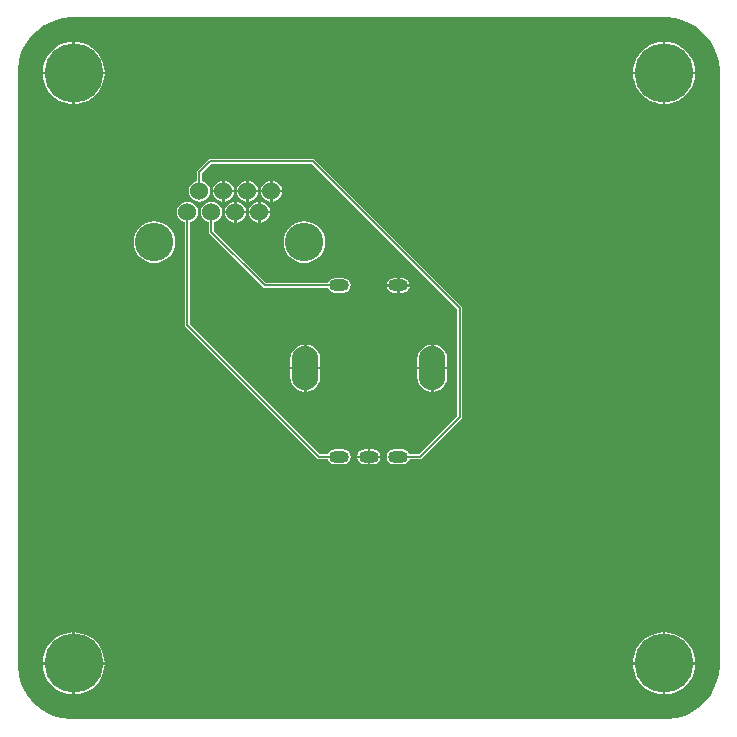
<source format=gbr>
%TF.GenerationSoftware,Altium Limited,Altium Designer,20.1.8 (145)*%
G04 Layer_Physical_Order=2*
G04 Layer_Color=16728128*
%FSLAX45Y45*%
%MOMM*%
%TF.SameCoordinates,39D32AA0-D89A-4232-8ACE-958E0E311499*%
%TF.FilePolarity,Positive*%
%TF.FileFunction,Copper,L2,Bot,Signal*%
%TF.Part,Single*%
G01*
G75*
%TA.AperFunction,ComponentPad*%
%ADD10O,1.70000X1.00000*%
%ADD11O,2.25000X3.75000*%
G04:AMPARAMS|DCode=12|XSize=2.25mm|YSize=3.75mm|CornerRadius=1.125mm|HoleSize=0mm|Usage=FLASHONLY|Rotation=0.000|XOffset=0mm|YOffset=0mm|HoleType=Round|Shape=RoundedRectangle|*
%AMROUNDEDRECTD12*
21,1,2.25000,1.50000,0,0,0.0*
21,1,0.00000,3.75000,0,0,0.0*
1,1,2.25000,0.00000,-0.75000*
1,1,2.25000,0.00000,-0.75000*
1,1,2.25000,0.00000,0.75000*
1,1,2.25000,0.00000,0.75000*
%
%ADD12ROUNDEDRECTD12*%
%TA.AperFunction,ViaPad*%
%ADD13C,5.00000*%
%TA.AperFunction,ComponentPad*%
%ADD14C,1.52400*%
%ADD15C,3.25120*%
%TA.AperFunction,Conductor*%
%ADD16C,0.15240*%
G36*
X5592691Y5965991D02*
X5652723Y5949906D01*
X5710141Y5926122D01*
X5763962Y5895049D01*
X5813268Y5857215D01*
X5857214Y5813269D01*
X5895049Y5763961D01*
X5926122Y5710141D01*
X5949906Y5652723D01*
X5965991Y5592691D01*
X5974104Y5531073D01*
Y5500000D01*
Y500000D01*
Y468926D01*
X5965991Y407308D01*
X5949906Y347277D01*
X5926122Y289858D01*
X5895049Y236038D01*
X5857215Y186731D01*
X5813269Y142786D01*
X5763961Y104950D01*
X5710141Y73877D01*
X5652723Y50093D01*
X5592692Y34008D01*
X5531074Y25896D01*
X468926D01*
X407308Y34008D01*
X347277Y50093D01*
X289858Y73877D01*
X236038Y104950D01*
X186731Y142785D01*
X142786Y186730D01*
X104950Y236038D01*
X73877Y289858D01*
X50093Y347277D01*
X34008Y407308D01*
X25896Y468926D01*
Y500000D01*
Y5500000D01*
Y5531074D01*
X34008Y5592692D01*
X50093Y5652723D01*
X73877Y5710141D01*
X104950Y5763962D01*
X142785Y5813268D01*
X186730Y5857214D01*
X236038Y5895049D01*
X289858Y5926122D01*
X347277Y5949906D01*
X407308Y5965991D01*
X468926Y5974104D01*
X5531074D01*
X5592691Y5965991D01*
D02*
G37*
%LPC*%
G36*
X5510160Y5762713D02*
Y5510160D01*
X5762713D01*
X5760268Y5541222D01*
X5750615Y5581430D01*
X5734791Y5619632D01*
X5713186Y5654889D01*
X5686331Y5686331D01*
X5654889Y5713186D01*
X5619632Y5734791D01*
X5581430Y5750615D01*
X5541222Y5760268D01*
X5510160Y5762713D01*
D02*
G37*
G36*
X5489840D02*
X5458778Y5760268D01*
X5418570Y5750615D01*
X5380368Y5734791D01*
X5345111Y5713186D01*
X5313669Y5686331D01*
X5286814Y5654889D01*
X5265209Y5619632D01*
X5249385Y5581430D01*
X5239732Y5541222D01*
X5237287Y5510160D01*
X5489840D01*
Y5762713D01*
D02*
G37*
G36*
X510160D02*
Y5510160D01*
X762713D01*
X760268Y5541222D01*
X750615Y5581430D01*
X734791Y5619632D01*
X713186Y5654889D01*
X686331Y5686331D01*
X654889Y5713186D01*
X619632Y5734791D01*
X581430Y5750615D01*
X541222Y5760268D01*
X510160Y5762713D01*
D02*
G37*
G36*
X489840D02*
X458778Y5760268D01*
X418570Y5750615D01*
X380368Y5734791D01*
X345111Y5713186D01*
X313669Y5686331D01*
X286814Y5654889D01*
X265209Y5619632D01*
X249385Y5581430D01*
X239732Y5541222D01*
X237287Y5510160D01*
X489840D01*
Y5762713D01*
D02*
G37*
G36*
X5762713Y5489840D02*
X5510160D01*
Y5237287D01*
X5541222Y5239732D01*
X5581430Y5249385D01*
X5619632Y5265209D01*
X5654889Y5286814D01*
X5686331Y5313669D01*
X5713186Y5345111D01*
X5734791Y5380368D01*
X5750615Y5418570D01*
X5760268Y5458778D01*
X5762713Y5489840D01*
D02*
G37*
G36*
X5489840D02*
X5237287D01*
X5239732Y5458778D01*
X5249385Y5418570D01*
X5265209Y5380368D01*
X5286814Y5345111D01*
X5313669Y5313669D01*
X5345111Y5286814D01*
X5380368Y5265209D01*
X5418570Y5249385D01*
X5458778Y5239732D01*
X5489840Y5237287D01*
Y5489840D01*
D02*
G37*
G36*
X762713D02*
X510160D01*
Y5237287D01*
X541222Y5239732D01*
X581430Y5249385D01*
X619632Y5265209D01*
X654889Y5286814D01*
X686331Y5313669D01*
X713186Y5345111D01*
X734791Y5380368D01*
X750615Y5418570D01*
X760268Y5458778D01*
X762713Y5489840D01*
D02*
G37*
G36*
X489840D02*
X237287D01*
X239732Y5458778D01*
X249385Y5418570D01*
X265209Y5380368D01*
X286814Y5345111D01*
X313669Y5313669D01*
X345111Y5286814D01*
X380368Y5265209D01*
X418570Y5249385D01*
X458778Y5239732D01*
X489840Y5237287D01*
Y5489840D01*
D02*
G37*
G36*
X1981830Y4587389D02*
Y4509219D01*
X2059999D01*
X2058282Y4522267D01*
X2049324Y4543893D01*
X2035074Y4562464D01*
X2016503Y4576713D01*
X1994877Y4585671D01*
X1981830Y4587389D01*
D02*
G37*
G36*
X1778630D02*
Y4509219D01*
X1856800D01*
X1855082Y4522267D01*
X1846124Y4543893D01*
X1831874Y4562464D01*
X1813304Y4576713D01*
X1791678Y4585671D01*
X1778630Y4587389D01*
D02*
G37*
G36*
X2185030D02*
Y4509219D01*
X2263200D01*
X2261482Y4522267D01*
X2252524Y4543893D01*
X2238274Y4562464D01*
X2219704Y4576713D01*
X2198078Y4585671D01*
X2185030Y4587389D01*
D02*
G37*
G36*
X1758310D02*
X1745263Y4585671D01*
X1723637Y4576713D01*
X1705066Y4562464D01*
X1690816Y4543893D01*
X1681858Y4522267D01*
X1680141Y4509219D01*
X1758310D01*
Y4587389D01*
D02*
G37*
G36*
X2164710D02*
X2151663Y4585671D01*
X2130037Y4576713D01*
X2111466Y4562464D01*
X2097216Y4543893D01*
X2088258Y4522267D01*
X2086541Y4509219D01*
X2164710D01*
Y4587389D01*
D02*
G37*
G36*
X1961510D02*
X1948462Y4585671D01*
X1926836Y4576713D01*
X1908266Y4562464D01*
X1894016Y4543893D01*
X1885058Y4522267D01*
X1883340Y4509219D01*
X1961510D01*
Y4587389D01*
D02*
G37*
G36*
X2164710Y4488899D02*
X2086541D01*
X2088258Y4475852D01*
X2097216Y4454226D01*
X2111466Y4435655D01*
X2130037Y4421405D01*
X2151663Y4412448D01*
X2164710Y4410730D01*
Y4488899D01*
D02*
G37*
G36*
X1758310D02*
X1680141D01*
X1681858Y4475852D01*
X1690816Y4454226D01*
X1705066Y4435655D01*
X1723637Y4421405D01*
X1745263Y4412448D01*
X1758310Y4410730D01*
Y4488899D01*
D02*
G37*
G36*
X2059999D02*
X1981830D01*
Y4410730D01*
X1994877Y4412448D01*
X2016503Y4421405D01*
X2035074Y4435655D01*
X2049324Y4454226D01*
X2058282Y4475852D01*
X2059999Y4488899D01*
D02*
G37*
G36*
X1961510D02*
X1883340D01*
X1885058Y4475852D01*
X1894016Y4454226D01*
X1908266Y4435655D01*
X1926836Y4421405D01*
X1948462Y4412448D01*
X1961510Y4410730D01*
Y4488899D01*
D02*
G37*
G36*
X2263200D02*
X2185030D01*
Y4410730D01*
X2198078Y4412448D01*
X2219704Y4421405D01*
X2238274Y4435655D01*
X2252524Y4454226D01*
X2261482Y4475852D01*
X2263200Y4488899D01*
D02*
G37*
G36*
X1856800D02*
X1778630D01*
Y4410730D01*
X1791678Y4412448D01*
X1813304Y4421405D01*
X1831874Y4435655D01*
X1846124Y4454226D01*
X1855082Y4475852D01*
X1856800Y4488899D01*
D02*
G37*
G36*
X1880230Y4409589D02*
Y4331419D01*
X1958399D01*
X1956682Y4344467D01*
X1947724Y4366093D01*
X1933474Y4384664D01*
X1914903Y4398913D01*
X1893277Y4407871D01*
X1880230Y4409589D01*
D02*
G37*
G36*
X2083429D02*
Y4331419D01*
X2161600D01*
X2159882Y4344467D01*
X2150924Y4366093D01*
X2136675Y4384664D01*
X2118104Y4398913D01*
X2096478Y4407871D01*
X2083429Y4409589D01*
D02*
G37*
G36*
X2063109Y4409589D02*
X2050063Y4407871D01*
X2028437Y4398913D01*
X2009866Y4384664D01*
X1995617Y4366093D01*
X1986659Y4344467D01*
X1984941Y4331419D01*
X2063109D01*
Y4409589D01*
D02*
G37*
G36*
X1859910Y4409589D02*
X1846862Y4407871D01*
X1825236Y4398913D01*
X1806666Y4384664D01*
X1792416Y4366093D01*
X1783458Y4344467D01*
X1781740Y4331419D01*
X1859910D01*
Y4409589D01*
D02*
G37*
G36*
X2063109Y4311099D02*
X1984941D01*
X1986659Y4298052D01*
X1995617Y4276426D01*
X2009866Y4257855D01*
X2028437Y4243605D01*
X2050063Y4234648D01*
X2063109Y4232930D01*
Y4311099D01*
D02*
G37*
G36*
X1958399D02*
X1880230D01*
Y4232930D01*
X1893277Y4234648D01*
X1914903Y4243605D01*
X1933474Y4257855D01*
X1947724Y4276426D01*
X1956682Y4298052D01*
X1958399Y4311099D01*
D02*
G37*
G36*
X1859910D02*
X1781740D01*
X1783458Y4298052D01*
X1792416Y4276426D01*
X1806666Y4257855D01*
X1825236Y4243605D01*
X1846862Y4234648D01*
X1859910Y4232930D01*
Y4311099D01*
D02*
G37*
G36*
X2161600D02*
X2083429D01*
Y4232930D01*
X2096478Y4234648D01*
X2118104Y4243605D01*
X2136675Y4257855D01*
X2150924Y4276426D01*
X2159882Y4298052D01*
X2161600Y4311099D01*
D02*
G37*
G36*
X2454270Y4243367D02*
X2419913Y4239984D01*
X2386877Y4229962D01*
X2356430Y4213688D01*
X2329743Y4191787D01*
X2307842Y4165100D01*
X2291567Y4134653D01*
X2281546Y4101616D01*
X2278162Y4067259D01*
X2281546Y4032902D01*
X2291567Y3999866D01*
X2307842Y3969419D01*
X2329743Y3942732D01*
X2356430Y3920831D01*
X2386877Y3904557D01*
X2419913Y3894535D01*
X2454270Y3891151D01*
X2488627Y3894535D01*
X2521664Y3904557D01*
X2552111Y3920831D01*
X2578797Y3942732D01*
X2600699Y3969419D01*
X2616973Y3999866D01*
X2626994Y4032902D01*
X2630378Y4067259D01*
X2626994Y4101616D01*
X2616973Y4134653D01*
X2600699Y4165100D01*
X2578797Y4191787D01*
X2552111Y4213688D01*
X2521664Y4229962D01*
X2488627Y4239984D01*
X2454270Y4243367D01*
D02*
G37*
G36*
X1184270D02*
X1149913Y4239984D01*
X1116877Y4229962D01*
X1086430Y4213688D01*
X1059743Y4191787D01*
X1037842Y4165100D01*
X1021567Y4134653D01*
X1011546Y4101616D01*
X1008162Y4067259D01*
X1011546Y4032902D01*
X1021567Y3999866D01*
X1037842Y3969419D01*
X1059743Y3942732D01*
X1086430Y3920831D01*
X1116877Y3904557D01*
X1149913Y3894535D01*
X1184270Y3891151D01*
X1218627Y3894535D01*
X1251664Y3904557D01*
X1282111Y3920831D01*
X1308797Y3942732D01*
X1330699Y3969419D01*
X1346973Y3999866D01*
X1356994Y4032902D01*
X1360378Y4067259D01*
X1356994Y4101616D01*
X1346973Y4134653D01*
X1330699Y4165100D01*
X1308797Y4191787D01*
X1282111Y4213688D01*
X1251664Y4229962D01*
X1218627Y4239984D01*
X1184270Y4243367D01*
D02*
G37*
G36*
X3285000Y3763928D02*
X3260160D01*
Y3710160D01*
X3346907D01*
X3344062Y3724464D01*
X3330204Y3745204D01*
X3309464Y3759062D01*
X3285000Y3763928D01*
D02*
G37*
G36*
X3239840D02*
X3215000D01*
X3190536Y3759062D01*
X3169796Y3745204D01*
X3155938Y3724464D01*
X3153093Y3710160D01*
X3239840D01*
Y3763928D01*
D02*
G37*
G36*
X3346907Y3689840D02*
X3260160D01*
Y3636072D01*
X3285000D01*
X3309464Y3640938D01*
X3330204Y3654796D01*
X3344062Y3675536D01*
X3346907Y3689840D01*
D02*
G37*
G36*
X3239840D02*
X3153093D01*
X3155938Y3675536D01*
X3169796Y3654796D01*
X3190536Y3640938D01*
X3215000Y3636072D01*
X3239840D01*
Y3689840D01*
D02*
G37*
G36*
X1666870Y4410927D02*
X1643662Y4407871D01*
X1622036Y4398913D01*
X1603466Y4384664D01*
X1589216Y4366093D01*
X1580258Y4344467D01*
X1577203Y4321260D01*
X1580258Y4298052D01*
X1589216Y4276426D01*
X1603466Y4257855D01*
X1622036Y4243606D01*
X1643662Y4234648D01*
X1646152Y4234320D01*
Y4153675D01*
X1646152Y4153674D01*
X1647729Y4145746D01*
X1652220Y4139024D01*
X2105893Y3685351D01*
X2105894Y3685350D01*
X2109923Y3682658D01*
X2112615Y3680859D01*
X2120544Y3679282D01*
X2655193D01*
X2655938Y3675536D01*
X2669796Y3654796D01*
X2690536Y3640938D01*
X2715000Y3636072D01*
X2785000D01*
X2809464Y3640938D01*
X2830204Y3654796D01*
X2844062Y3675536D01*
X2848928Y3700000D01*
X2844062Y3724464D01*
X2830204Y3745204D01*
X2809464Y3759062D01*
X2785000Y3763928D01*
X2715000D01*
X2690536Y3759062D01*
X2669796Y3745204D01*
X2655938Y3724464D01*
X2655193Y3720718D01*
X2129126D01*
X1687588Y4162256D01*
Y4234320D01*
X1690077Y4234648D01*
X1711703Y4243606D01*
X1730274Y4257855D01*
X1744524Y4276426D01*
X1753482Y4298052D01*
X1756537Y4321260D01*
X1753482Y4344467D01*
X1744524Y4366093D01*
X1730274Y4384664D01*
X1711703Y4398913D01*
X1690077Y4407871D01*
X1666870Y4410927D01*
D02*
G37*
G36*
X3547660Y3199943D02*
Y3010160D01*
X3663780D01*
Y3075000D01*
X3659477Y3107684D01*
X3646862Y3138140D01*
X3626794Y3164294D01*
X3600640Y3184362D01*
X3570184Y3196977D01*
X3547660Y3199943D01*
D02*
G37*
G36*
X3527340D02*
X3504816Y3196977D01*
X3474360Y3184362D01*
X3448207Y3164294D01*
X3428138Y3138140D01*
X3415523Y3107684D01*
X3411220Y3075000D01*
Y3010160D01*
X3527340D01*
Y3199943D01*
D02*
G37*
G36*
X2472660D02*
Y3010160D01*
X2588780D01*
Y3075000D01*
X2584477Y3107684D01*
X2571862Y3138140D01*
X2551793Y3164294D01*
X2525640Y3184362D01*
X2495184Y3196977D01*
X2472660Y3199943D01*
D02*
G37*
G36*
X2452340D02*
X2429816Y3196977D01*
X2399360Y3184362D01*
X2373207Y3164294D01*
X2353138Y3138140D01*
X2340523Y3107684D01*
X2336220Y3075000D01*
Y3010160D01*
X2452340D01*
Y3199943D01*
D02*
G37*
G36*
X3663780Y2989840D02*
X3547660D01*
Y2800057D01*
X3570184Y2803023D01*
X3600640Y2815638D01*
X3626794Y2835707D01*
X3646862Y2861860D01*
X3659477Y2892316D01*
X3663780Y2925000D01*
Y2989840D01*
D02*
G37*
G36*
X3527340D02*
X3411220D01*
Y2925000D01*
X3415523Y2892316D01*
X3428138Y2861860D01*
X3448207Y2835707D01*
X3474360Y2815638D01*
X3504816Y2803023D01*
X3527340Y2800057D01*
Y2989840D01*
D02*
G37*
G36*
X2588780D02*
X2472660D01*
Y2800057D01*
X2495184Y2803023D01*
X2525640Y2815638D01*
X2551793Y2835707D01*
X2571862Y2861860D01*
X2584477Y2892316D01*
X2588780Y2925000D01*
Y2989840D01*
D02*
G37*
G36*
X2452340D02*
X2336220D01*
Y2925000D01*
X2340523Y2892316D01*
X2353138Y2861860D01*
X2373207Y2835707D01*
X2399360Y2815638D01*
X2429816Y2803023D01*
X2452340Y2800057D01*
Y2989840D01*
D02*
G37*
G36*
X2528147Y4770518D02*
X2528146Y4770518D01*
X1653668D01*
X1645740Y4768941D01*
X1639018Y4764450D01*
X1639018Y4764449D01*
X1550620Y4676052D01*
X1546129Y4669331D01*
X1544552Y4661402D01*
X1544552Y4661401D01*
Y4585999D01*
X1542063Y4585671D01*
X1520437Y4576713D01*
X1501866Y4562464D01*
X1487617Y4543893D01*
X1478659Y4522267D01*
X1475603Y4499059D01*
X1478659Y4475852D01*
X1487617Y4454226D01*
X1501866Y4435655D01*
X1520437Y4421405D01*
X1542063Y4412448D01*
X1565270Y4409392D01*
X1588478Y4412448D01*
X1610104Y4421405D01*
X1628675Y4435655D01*
X1642924Y4454226D01*
X1651882Y4475852D01*
X1654938Y4499059D01*
X1651882Y4522267D01*
X1642924Y4543893D01*
X1628675Y4562464D01*
X1610104Y4576713D01*
X1588478Y4585671D01*
X1585988Y4585999D01*
Y4652821D01*
X1662250Y4729082D01*
X2519565D01*
X3747665Y3500983D01*
Y2594966D01*
X3423416Y2270718D01*
X3344807D01*
X3344062Y2274464D01*
X3330204Y2295204D01*
X3309464Y2309062D01*
X3285000Y2313928D01*
X3215000D01*
X3190536Y2309062D01*
X3169796Y2295204D01*
X3155938Y2274464D01*
X3151072Y2250000D01*
X3155938Y2225536D01*
X3169796Y2204796D01*
X3190536Y2190938D01*
X3215000Y2186072D01*
X3285000D01*
X3309464Y2190938D01*
X3330204Y2204796D01*
X3344062Y2225536D01*
X3344807Y2229282D01*
X3431997D01*
X3431998Y2229282D01*
X3439927Y2230859D01*
X3446648Y2235350D01*
X3783033Y2571735D01*
X3787524Y2578456D01*
X3789101Y2586384D01*
X3789101Y2586386D01*
Y3509563D01*
X3789101Y3509565D01*
X3787524Y3517493D01*
X3783033Y3524215D01*
X3783032Y3524215D01*
X2542797Y4764450D01*
X2536076Y4768941D01*
X2528147Y4770518D01*
D02*
G37*
G36*
X3035000Y2313928D02*
X3010160D01*
Y2260160D01*
X3096907D01*
X3094062Y2274464D01*
X3080204Y2295204D01*
X3059464Y2309062D01*
X3035000Y2313928D01*
D02*
G37*
G36*
X2989840D02*
X2965000D01*
X2940536Y2309062D01*
X2919796Y2295204D01*
X2905938Y2274464D01*
X2903093Y2260160D01*
X2989840D01*
Y2313928D01*
D02*
G37*
G36*
X3096907Y2239840D02*
X3010160D01*
Y2186072D01*
X3035000D01*
X3059464Y2190938D01*
X3080204Y2204796D01*
X3094062Y2225536D01*
X3096907Y2239840D01*
D02*
G37*
G36*
X2989840D02*
X2903093D01*
X2905938Y2225536D01*
X2919796Y2204796D01*
X2940536Y2190938D01*
X2965000Y2186072D01*
X2989840D01*
Y2239840D01*
D02*
G37*
G36*
X1463670Y4410926D02*
X1440463Y4407871D01*
X1418837Y4398913D01*
X1400266Y4384664D01*
X1386016Y4366093D01*
X1377058Y4344467D01*
X1374003Y4321259D01*
X1377058Y4298052D01*
X1386016Y4276426D01*
X1400266Y4257855D01*
X1418837Y4243605D01*
X1440463Y4234648D01*
X1442952Y4234320D01*
Y3362331D01*
X1442952Y3362330D01*
X1444529Y3354401D01*
X1449020Y3347680D01*
X2561349Y2235351D01*
X2561350Y2235350D01*
X2568071Y2230859D01*
X2576000Y2229282D01*
X2576001Y2229282D01*
X2655193D01*
X2655938Y2225536D01*
X2669796Y2204796D01*
X2690536Y2190938D01*
X2715000Y2186072D01*
X2785000D01*
X2809464Y2190938D01*
X2830204Y2204796D01*
X2844062Y2225536D01*
X2848928Y2250000D01*
X2844062Y2274464D01*
X2830204Y2295204D01*
X2809464Y2309062D01*
X2785000Y2313928D01*
X2715000D01*
X2690536Y2309062D01*
X2669796Y2295204D01*
X2655938Y2274464D01*
X2655193Y2270718D01*
X2584581D01*
X1484388Y3370912D01*
Y4234320D01*
X1486878Y4234648D01*
X1508504Y4243605D01*
X1527074Y4257855D01*
X1541324Y4276426D01*
X1550282Y4298052D01*
X1553337Y4321259D01*
X1550282Y4344467D01*
X1541324Y4366093D01*
X1527074Y4384664D01*
X1508504Y4398913D01*
X1486878Y4407871D01*
X1463670Y4410926D01*
D02*
G37*
G36*
X5510160Y762713D02*
Y510160D01*
X5762713D01*
X5760268Y541222D01*
X5750615Y581430D01*
X5734791Y619632D01*
X5713186Y654889D01*
X5686331Y686331D01*
X5654889Y713186D01*
X5619632Y734791D01*
X5581430Y750615D01*
X5541222Y760268D01*
X5510160Y762713D01*
D02*
G37*
G36*
X5489840D02*
X5458778Y760268D01*
X5418570Y750615D01*
X5380368Y734791D01*
X5345111Y713186D01*
X5313669Y686331D01*
X5286814Y654889D01*
X5265209Y619632D01*
X5249385Y581430D01*
X5239732Y541222D01*
X5237287Y510160D01*
X5489840D01*
Y762713D01*
D02*
G37*
G36*
X510160D02*
Y510160D01*
X762713D01*
X760268Y541222D01*
X750615Y581430D01*
X734791Y619632D01*
X713186Y654889D01*
X686331Y686331D01*
X654889Y713186D01*
X619632Y734791D01*
X581430Y750615D01*
X541222Y760268D01*
X510160Y762713D01*
D02*
G37*
G36*
X489840D02*
X458778Y760268D01*
X418570Y750615D01*
X380368Y734791D01*
X345111Y713186D01*
X313669Y686331D01*
X286814Y654889D01*
X265209Y619632D01*
X249385Y581430D01*
X239732Y541222D01*
X237287Y510160D01*
X489840D01*
Y762713D01*
D02*
G37*
G36*
X5762713Y489840D02*
X5510160D01*
Y237287D01*
X5541222Y239732D01*
X5581430Y249385D01*
X5619632Y265209D01*
X5654889Y286814D01*
X5686331Y313669D01*
X5713186Y345111D01*
X5734791Y380368D01*
X5750615Y418570D01*
X5760268Y458778D01*
X5762713Y489840D01*
D02*
G37*
G36*
X5489840D02*
X5237287D01*
X5239732Y458778D01*
X5249385Y418570D01*
X5265209Y380368D01*
X5286814Y345111D01*
X5313669Y313669D01*
X5345111Y286814D01*
X5380368Y265209D01*
X5418570Y249385D01*
X5458778Y239732D01*
X5489840Y237287D01*
Y489840D01*
D02*
G37*
G36*
X762713D02*
X510160D01*
Y237287D01*
X541222Y239732D01*
X581430Y249385D01*
X619632Y265209D01*
X654889Y286814D01*
X686331Y313669D01*
X713186Y345111D01*
X734791Y380368D01*
X750615Y418570D01*
X760268Y458778D01*
X762713Y489840D01*
D02*
G37*
G36*
X489840D02*
X237287D01*
X239732Y458778D01*
X249385Y418570D01*
X265209Y380368D01*
X286814Y345111D01*
X313669Y313669D01*
X345111Y286814D01*
X380368Y265209D01*
X418570Y249385D01*
X458778Y239732D01*
X489840Y237287D01*
Y489840D01*
D02*
G37*
%LPD*%
D10*
X2750000Y2250000D02*
D03*
X3250000D02*
D03*
X3000000D02*
D03*
X2750000Y3700000D02*
D03*
X3250000D02*
D03*
D11*
X3537500Y3000000D02*
D03*
D12*
X2462500D02*
D03*
D13*
X500000Y500000D02*
D03*
X5500000D02*
D03*
Y5500000D02*
D03*
X500000D02*
D03*
D14*
X1565270Y4499059D02*
D03*
X1463670Y4321259D02*
D03*
X1768470Y4499059D02*
D03*
X1666870Y4321260D02*
D03*
X1971670Y4499059D02*
D03*
X1870070Y4321259D02*
D03*
X2174870Y4499059D02*
D03*
X2073270Y4321259D02*
D03*
D15*
X2454270Y4067259D02*
D03*
X1184270D02*
D03*
D16*
X2120544Y3700000D02*
X2750000D01*
X1666870Y4153674D02*
Y4321260D01*
Y4153674D02*
X2120544Y3700000D01*
X1565270Y4661402D02*
X1653668Y4749800D01*
X2528147D02*
X3768383Y3509565D01*
X1653668Y4749800D02*
X2528147D01*
X1565270Y4499059D02*
Y4661402D01*
X3768383Y2586384D02*
Y3509565D01*
X3431998Y2250000D02*
X3768383Y2586384D01*
X3250000Y2250000D02*
X3431998D01*
X1463670Y3362330D02*
X2576000Y2250000D01*
X2750000D02*
X2750000Y2250000D01*
X2576000Y2250000D02*
X2750000D01*
X1463670Y3362330D02*
Y4321259D01*
%TF.MD5,26537e8f4b46dbd51ed07a25777b1aae*%
M02*

</source>
